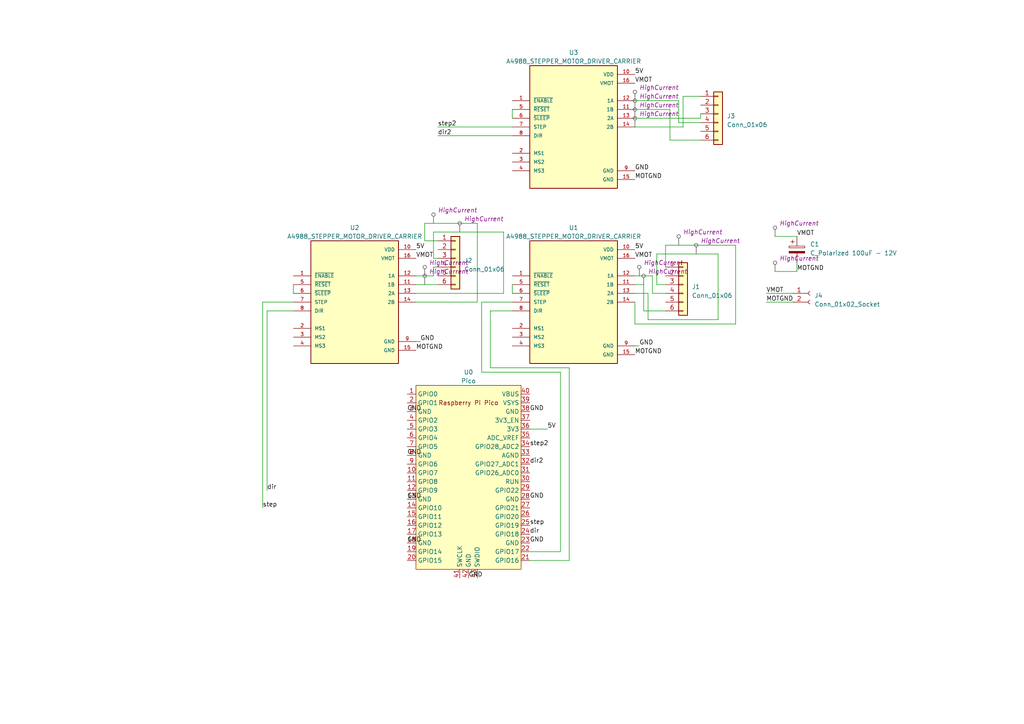
<source format=kicad_sch>
(kicad_sch (version 20230121) (generator eeschema)

  (uuid 45235e06-83e6-4738-b5d0-3460836a74ba)

  (paper "A4")

  (lib_symbols
    (symbol "A4988_STEPPER_MOTOR_DRIVER_CARRIER:A4988_STEPPER_MOTOR_DRIVER_CARRIER" (pin_names (offset 1.016)) (in_bom yes) (on_board yes)
      (property "Reference" "U2" (at 0 21.59 0)
        (effects (font (size 1.27 1.27)))
      )
      (property "Value" "A4988_STEPPER_MOTOR_DRIVER_CARRIER" (at 0 19.05 0)
        (effects (font (size 1.27 1.27)))
      )
      (property "Footprint" "MODULE_A4988_STEPPER_MOTOR_DRIVER_CARRIER" (at 0 0 0)
        (effects (font (size 1.27 1.27)) (justify bottom) hide)
      )
      (property "Datasheet" "" (at 0 0 0)
        (effects (font (size 1.27 1.27)) hide)
      )
      (property "MF" "Pololu" (at 0 0 0)
        (effects (font (size 1.27 1.27)) (justify bottom) hide)
      )
      (property "DESCRIPTION" "Stepper motor controler; IC: A4988; 1A; Uin mot: 8÷35V" (at 0 0 0)
        (effects (font (size 1.27 1.27)) (justify bottom) hide)
      )
      (property "PACKAGE" "None" (at 0 0 0)
        (effects (font (size 1.27 1.27)) (justify bottom) hide)
      )
      (property "PRICE" "None" (at 0 0 0)
        (effects (font (size 1.27 1.27)) (justify bottom) hide)
      )
      (property "MP" "A4988 STEPPER MOTOR DRIVER CARRIER" (at 0 0 0)
        (effects (font (size 1.27 1.27)) (justify bottom) hide)
      )
      (property "AVAILABILITY" "Unavailable" (at 0 0 0)
        (effects (font (size 1.27 1.27)) (justify bottom) hide)
      )
      (symbol "A4988_STEPPER_MOTOR_DRIVER_CARRIER_0_0"
        (rectangle (start -12.7 -17.78) (end 12.7 17.78)
          (stroke (width 0.254) (type default))
          (fill (type background))
        )
        (pin input line (at -17.78 7.62 0) (length 5.08)
          (name "~{ENABLE}" (effects (font (size 1.016 1.016))))
          (number "1" (effects (font (size 1.016 1.016))))
        )
        (pin power_in line (at 17.78 15.24 180) (length 5.08)
          (name "VDD" (effects (font (size 1.016 1.016))))
          (number "10" (effects (font (size 1.016 1.016))))
        )
        (pin output line (at 17.78 5.08 180) (length 5.08)
          (name "1B" (effects (font (size 1.016 1.016))))
          (number "11" (effects (font (size 1.016 1.016))))
        )
        (pin output line (at 17.78 7.62 180) (length 5.08)
          (name "1A" (effects (font (size 1.016 1.016))))
          (number "12" (effects (font (size 1.016 1.016))))
        )
        (pin output line (at 17.78 2.54 180) (length 5.08)
          (name "2A" (effects (font (size 1.016 1.016))))
          (number "13" (effects (font (size 1.016 1.016))))
        )
        (pin output line (at 17.78 0 180) (length 5.08)
          (name "2B" (effects (font (size 1.016 1.016))))
          (number "14" (effects (font (size 1.016 1.016))))
        )
        (pin power_in line (at 17.78 -15.24 180) (length 5.08)
          (name "GND" (effects (font (size 1.016 1.016))))
          (number "15" (effects (font (size 1.016 1.016))))
        )
        (pin power_in line (at 17.78 12.7 180) (length 5.08)
          (name "VMOT" (effects (font (size 1.016 1.016))))
          (number "16" (effects (font (size 1.016 1.016))))
        )
        (pin input line (at -17.78 -7.62 0) (length 5.08)
          (name "MS1" (effects (font (size 1.016 1.016))))
          (number "2" (effects (font (size 1.016 1.016))))
        )
        (pin input line (at -17.78 -10.16 0) (length 5.08)
          (name "MS2" (effects (font (size 1.016 1.016))))
          (number "3" (effects (font (size 1.016 1.016))))
        )
        (pin input line (at -17.78 -12.7 0) (length 5.08)
          (name "MS3" (effects (font (size 1.016 1.016))))
          (number "4" (effects (font (size 1.016 1.016))))
        )
        (pin input line (at -17.78 5.08 0) (length 5.08)
          (name "~{RESET}" (effects (font (size 1.016 1.016))))
          (number "5" (effects (font (size 1.016 1.016))))
        )
        (pin input line (at -17.78 2.54 0) (length 5.08)
          (name "~{SLEEP}" (effects (font (size 1.016 1.016))))
          (number "6" (effects (font (size 1.016 1.016))))
        )
        (pin input line (at -17.78 0 0) (length 5.08)
          (name "STEP" (effects (font (size 1.016 1.016))))
          (number "7" (effects (font (size 1.016 1.016))))
        )
        (pin input line (at -17.78 -2.54 0) (length 5.08)
          (name "DIR" (effects (font (size 1.016 1.016))))
          (number "8" (effects (font (size 1.016 1.016))))
        )
        (pin power_in line (at 17.78 -12.7 180) (length 5.08)
          (name "GND" (effects (font (size 1.016 1.016))))
          (number "9" (effects (font (size 1.016 1.016))))
        )
      )
    )
    (symbol "A4988_STEPPER_MOTOR_DRIVER_CARRIER_1" (pin_names (offset 1.016)) (in_bom yes) (on_board yes)
      (property "Reference" "U1" (at 0 21.59 0)
        (effects (font (size 1.27 1.27)))
      )
      (property "Value" "A4988_STEPPER_MOTOR_DRIVER_CARRIER" (at 0 19.05 0)
        (effects (font (size 1.27 1.27)))
      )
      (property "Footprint" "MODULE_A4988_STEPPER_MOTOR_DRIVER_CARRIER" (at 0 0 0)
        (effects (font (size 1.27 1.27)) (justify bottom) hide)
      )
      (property "Datasheet" "" (at 0 0 0)
        (effects (font (size 1.27 1.27)) hide)
      )
      (property "MF" "Pololu" (at 0 0 0)
        (effects (font (size 1.27 1.27)) (justify bottom) hide)
      )
      (property "DESCRIPTION" "Stepper motor controler; IC: A4988; 1A; Uin mot: 8÷35V" (at 0 0 0)
        (effects (font (size 1.27 1.27)) (justify bottom) hide)
      )
      (property "PACKAGE" "None" (at 0 0 0)
        (effects (font (size 1.27 1.27)) (justify bottom) hide)
      )
      (property "PRICE" "None" (at 0 0 0)
        (effects (font (size 1.27 1.27)) (justify bottom) hide)
      )
      (property "MP" "A4988 STEPPER MOTOR DRIVER CARRIER" (at 0 0 0)
        (effects (font (size 1.27 1.27)) (justify bottom) hide)
      )
      (property "AVAILABILITY" "Unavailable" (at 0 0 0)
        (effects (font (size 1.27 1.27)) (justify bottom) hide)
      )
      (symbol "A4988_STEPPER_MOTOR_DRIVER_CARRIER_1_0_0"
        (rectangle (start -12.7 -17.78) (end 12.7 17.78)
          (stroke (width 0.254) (type default))
          (fill (type background))
        )
        (pin input line (at -17.78 7.62 0) (length 5.08)
          (name "~{ENABLE}" (effects (font (size 1.016 1.016))))
          (number "1" (effects (font (size 1.016 1.016))))
        )
        (pin power_in line (at 17.78 15.24 180) (length 5.08)
          (name "VDD" (effects (font (size 1.016 1.016))))
          (number "10" (effects (font (size 1.016 1.016))))
        )
        (pin output line (at 17.78 5.08 180) (length 5.08)
          (name "1B" (effects (font (size 1.016 1.016))))
          (number "11" (effects (font (size 1.016 1.016))))
        )
        (pin output line (at 17.78 7.62 180) (length 5.08)
          (name "1A" (effects (font (size 1.016 1.016))))
          (number "12" (effects (font (size 1.016 1.016))))
        )
        (pin output line (at 17.78 2.54 180) (length 5.08)
          (name "2A" (effects (font (size 1.016 1.016))))
          (number "13" (effects (font (size 1.016 1.016))))
        )
        (pin output line (at 17.78 0 180) (length 5.08)
          (name "2B" (effects (font (size 1.016 1.016))))
          (number "14" (effects (font (size 1.016 1.016))))
        )
        (pin power_in line (at 17.78 -13.97 180) (length 5.08)
          (name "GND" (effects (font (size 1.016 1.016))))
          (number "15" (effects (font (size 1.016 1.016))))
        )
        (pin power_in line (at 17.78 12.7 180) (length 5.08)
          (name "VMOT" (effects (font (size 1.016 1.016))))
          (number "16" (effects (font (size 1.016 1.016))))
        )
        (pin input line (at -17.78 -7.62 0) (length 5.08)
          (name "MS1" (effects (font (size 1.016 1.016))))
          (number "2" (effects (font (size 1.016 1.016))))
        )
        (pin input line (at -17.78 -10.16 0) (length 5.08)
          (name "MS2" (effects (font (size 1.016 1.016))))
          (number "3" (effects (font (size 1.016 1.016))))
        )
        (pin input line (at -17.78 -12.7 0) (length 5.08)
          (name "MS3" (effects (font (size 1.016 1.016))))
          (number "4" (effects (font (size 1.016 1.016))))
        )
        (pin input line (at -17.78 5.08 0) (length 5.08)
          (name "~{RESET}" (effects (font (size 1.016 1.016))))
          (number "5" (effects (font (size 1.016 1.016))))
        )
        (pin input line (at -17.78 2.54 0) (length 5.08)
          (name "~{SLEEP}" (effects (font (size 1.016 1.016))))
          (number "6" (effects (font (size 1.016 1.016))))
        )
        (pin input line (at -17.78 0 0) (length 5.08)
          (name "STEP" (effects (font (size 1.016 1.016))))
          (number "7" (effects (font (size 1.016 1.016))))
        )
        (pin input line (at -17.78 -2.54 0) (length 5.08)
          (name "DIR" (effects (font (size 1.016 1.016))))
          (number "8" (effects (font (size 1.016 1.016))))
        )
        (pin power_in line (at 17.78 -11.43 180) (length 5.08)
          (name "GND" (effects (font (size 1.016 1.016))))
          (number "9" (effects (font (size 1.016 1.016))))
        )
      )
    )
    (symbol "Connector:Conn_01x02_Socket" (pin_names (offset 1.016) hide) (in_bom yes) (on_board yes)
      (property "Reference" "J" (at 0 2.54 0)
        (effects (font (size 1.27 1.27)))
      )
      (property "Value" "Conn_01x02_Socket" (at 0 -5.08 0)
        (effects (font (size 1.27 1.27)))
      )
      (property "Footprint" "" (at 0 0 0)
        (effects (font (size 1.27 1.27)) hide)
      )
      (property "Datasheet" "~" (at 0 0 0)
        (effects (font (size 1.27 1.27)) hide)
      )
      (property "ki_locked" "" (at 0 0 0)
        (effects (font (size 1.27 1.27)))
      )
      (property "ki_keywords" "connector" (at 0 0 0)
        (effects (font (size 1.27 1.27)) hide)
      )
      (property "ki_description" "Generic connector, single row, 01x02, script generated" (at 0 0 0)
        (effects (font (size 1.27 1.27)) hide)
      )
      (property "ki_fp_filters" "Connector*:*_1x??_*" (at 0 0 0)
        (effects (font (size 1.27 1.27)) hide)
      )
      (symbol "Conn_01x02_Socket_1_1"
        (arc (start 0 -2.032) (mid -0.5058 -2.54) (end 0 -3.048)
          (stroke (width 0.1524) (type default))
          (fill (type none))
        )
        (polyline
          (pts
            (xy -1.27 -2.54)
            (xy -0.508 -2.54)
          )
          (stroke (width 0.1524) (type default))
          (fill (type none))
        )
        (polyline
          (pts
            (xy -1.27 0)
            (xy -0.508 0)
          )
          (stroke (width 0.1524) (type default))
          (fill (type none))
        )
        (arc (start 0 0.508) (mid -0.5058 0) (end 0 -0.508)
          (stroke (width 0.1524) (type default))
          (fill (type none))
        )
        (pin passive line (at -5.08 0 0) (length 3.81)
          (name "Pin_1" (effects (font (size 1.27 1.27))))
          (number "1" (effects (font (size 1.27 1.27))))
        )
        (pin passive line (at -5.08 -2.54 0) (length 3.81)
          (name "Pin_2" (effects (font (size 1.27 1.27))))
          (number "2" (effects (font (size 1.27 1.27))))
        )
      )
    )
    (symbol "Connector_Generic:Conn_01x06" (pin_names (offset 1.016) hide) (in_bom yes) (on_board yes)
      (property "Reference" "J" (at 0 7.62 0)
        (effects (font (size 1.27 1.27)))
      )
      (property "Value" "Conn_01x06" (at 0 -10.16 0)
        (effects (font (size 1.27 1.27)))
      )
      (property "Footprint" "" (at 0 0 0)
        (effects (font (size 1.27 1.27)) hide)
      )
      (property "Datasheet" "~" (at 0 0 0)
        (effects (font (size 1.27 1.27)) hide)
      )
      (property "ki_keywords" "connector" (at 0 0 0)
        (effects (font (size 1.27 1.27)) hide)
      )
      (property "ki_description" "Generic connector, single row, 01x06, script generated (kicad-library-utils/schlib/autogen/connector/)" (at 0 0 0)
        (effects (font (size 1.27 1.27)) hide)
      )
      (property "ki_fp_filters" "Connector*:*_1x??_*" (at 0 0 0)
        (effects (font (size 1.27 1.27)) hide)
      )
      (symbol "Conn_01x06_1_1"
        (rectangle (start -1.27 -7.493) (end 0 -7.747)
          (stroke (width 0.1524) (type default))
          (fill (type none))
        )
        (rectangle (start -1.27 -4.953) (end 0 -5.207)
          (stroke (width 0.1524) (type default))
          (fill (type none))
        )
        (rectangle (start -1.27 -2.413) (end 0 -2.667)
          (stroke (width 0.1524) (type default))
          (fill (type none))
        )
        (rectangle (start -1.27 0.127) (end 0 -0.127)
          (stroke (width 0.1524) (type default))
          (fill (type none))
        )
        (rectangle (start -1.27 2.667) (end 0 2.413)
          (stroke (width 0.1524) (type default))
          (fill (type none))
        )
        (rectangle (start -1.27 5.207) (end 0 4.953)
          (stroke (width 0.1524) (type default))
          (fill (type none))
        )
        (rectangle (start -1.27 6.35) (end 1.27 -8.89)
          (stroke (width 0.254) (type default))
          (fill (type background))
        )
        (pin passive line (at -5.08 5.08 0) (length 3.81)
          (name "Pin_1" (effects (font (size 1.27 1.27))))
          (number "1" (effects (font (size 1.27 1.27))))
        )
        (pin passive line (at -5.08 2.54 0) (length 3.81)
          (name "Pin_2" (effects (font (size 1.27 1.27))))
          (number "2" (effects (font (size 1.27 1.27))))
        )
        (pin passive line (at -5.08 0 0) (length 3.81)
          (name "Pin_3" (effects (font (size 1.27 1.27))))
          (number "3" (effects (font (size 1.27 1.27))))
        )
        (pin passive line (at -5.08 -2.54 0) (length 3.81)
          (name "Pin_4" (effects (font (size 1.27 1.27))))
          (number "4" (effects (font (size 1.27 1.27))))
        )
        (pin passive line (at -5.08 -5.08 0) (length 3.81)
          (name "Pin_5" (effects (font (size 1.27 1.27))))
          (number "5" (effects (font (size 1.27 1.27))))
        )
        (pin passive line (at -5.08 -7.62 0) (length 3.81)
          (name "Pin_6" (effects (font (size 1.27 1.27))))
          (number "6" (effects (font (size 1.27 1.27))))
        )
      )
    )
    (symbol "Device:C_Polarized" (pin_numbers hide) (pin_names (offset 0.254)) (in_bom yes) (on_board yes)
      (property "Reference" "C" (at 0.635 2.54 0)
        (effects (font (size 1.27 1.27)) (justify left))
      )
      (property "Value" "C_Polarized" (at 0.635 -2.54 0)
        (effects (font (size 1.27 1.27)) (justify left))
      )
      (property "Footprint" "" (at 0.9652 -3.81 0)
        (effects (font (size 1.27 1.27)) hide)
      )
      (property "Datasheet" "~" (at 0 0 0)
        (effects (font (size 1.27 1.27)) hide)
      )
      (property "ki_keywords" "cap capacitor" (at 0 0 0)
        (effects (font (size 1.27 1.27)) hide)
      )
      (property "ki_description" "Polarized capacitor" (at 0 0 0)
        (effects (font (size 1.27 1.27)) hide)
      )
      (property "ki_fp_filters" "CP_*" (at 0 0 0)
        (effects (font (size 1.27 1.27)) hide)
      )
      (symbol "C_Polarized_0_1"
        (rectangle (start -2.286 0.508) (end 2.286 1.016)
          (stroke (width 0) (type default))
          (fill (type none))
        )
        (polyline
          (pts
            (xy -1.778 2.286)
            (xy -0.762 2.286)
          )
          (stroke (width 0) (type default))
          (fill (type none))
        )
        (polyline
          (pts
            (xy -1.27 2.794)
            (xy -1.27 1.778)
          )
          (stroke (width 0) (type default))
          (fill (type none))
        )
        (rectangle (start 2.286 -0.508) (end -2.286 -1.016)
          (stroke (width 0) (type default))
          (fill (type outline))
        )
      )
      (symbol "C_Polarized_1_1"
        (pin passive line (at 0 3.81 270) (length 2.794)
          (name "~" (effects (font (size 1.27 1.27))))
          (number "1" (effects (font (size 1.27 1.27))))
        )
        (pin passive line (at 0 -3.81 90) (length 2.794)
          (name "~" (effects (font (size 1.27 1.27))))
          (number "2" (effects (font (size 1.27 1.27))))
        )
      )
    )
    (symbol "MCU_RaspberryPi_and_Boards:Pico" (in_bom yes) (on_board yes)
      (property "Reference" "U" (at -13.97 27.94 0)
        (effects (font (size 1.27 1.27)))
      )
      (property "Value" "Pico" (at 0 19.05 0)
        (effects (font (size 1.27 1.27)))
      )
      (property "Footprint" "RPi_Pico:RPi_Pico_SMD_TH" (at 0 0 90)
        (effects (font (size 1.27 1.27)) hide)
      )
      (property "Datasheet" "" (at 0 0 0)
        (effects (font (size 1.27 1.27)) hide)
      )
      (symbol "Pico_0_0"
        (text "Raspberry Pi Pico" (at 0 21.59 0)
          (effects (font (size 1.27 1.27)))
        )
      )
      (symbol "Pico_0_1"
        (rectangle (start -15.24 26.67) (end 15.24 -26.67)
          (stroke (width 0) (type default))
          (fill (type background))
        )
      )
      (symbol "Pico_1_1"
        (pin bidirectional line (at -17.78 24.13 0) (length 2.54)
          (name "GPIO0" (effects (font (size 1.27 1.27))))
          (number "1" (effects (font (size 1.27 1.27))))
        )
        (pin bidirectional line (at -17.78 1.27 0) (length 2.54)
          (name "GPIO7" (effects (font (size 1.27 1.27))))
          (number "10" (effects (font (size 1.27 1.27))))
        )
        (pin bidirectional line (at -17.78 -1.27 0) (length 2.54)
          (name "GPIO8" (effects (font (size 1.27 1.27))))
          (number "11" (effects (font (size 1.27 1.27))))
        )
        (pin bidirectional line (at -17.78 -3.81 0) (length 2.54)
          (name "GPIO9" (effects (font (size 1.27 1.27))))
          (number "12" (effects (font (size 1.27 1.27))))
        )
        (pin power_in line (at -17.78 -6.35 0) (length 2.54)
          (name "GND" (effects (font (size 1.27 1.27))))
          (number "13" (effects (font (size 1.27 1.27))))
        )
        (pin bidirectional line (at -17.78 -8.89 0) (length 2.54)
          (name "GPIO10" (effects (font (size 1.27 1.27))))
          (number "14" (effects (font (size 1.27 1.27))))
        )
        (pin bidirectional line (at -17.78 -11.43 0) (length 2.54)
          (name "GPIO11" (effects (font (size 1.27 1.27))))
          (number "15" (effects (font (size 1.27 1.27))))
        )
        (pin bidirectional line (at -17.78 -13.97 0) (length 2.54)
          (name "GPIO12" (effects (font (size 1.27 1.27))))
          (number "16" (effects (font (size 1.27 1.27))))
        )
        (pin bidirectional line (at -17.78 -16.51 0) (length 2.54)
          (name "GPIO13" (effects (font (size 1.27 1.27))))
          (number "17" (effects (font (size 1.27 1.27))))
        )
        (pin power_in line (at -17.78 -19.05 0) (length 2.54)
          (name "GND" (effects (font (size 1.27 1.27))))
          (number "18" (effects (font (size 1.27 1.27))))
        )
        (pin bidirectional line (at -17.78 -21.59 0) (length 2.54)
          (name "GPIO14" (effects (font (size 1.27 1.27))))
          (number "19" (effects (font (size 1.27 1.27))))
        )
        (pin bidirectional line (at -17.78 21.59 0) (length 2.54)
          (name "GPIO1" (effects (font (size 1.27 1.27))))
          (number "2" (effects (font (size 1.27 1.27))))
        )
        (pin bidirectional line (at -17.78 -24.13 0) (length 2.54)
          (name "GPIO15" (effects (font (size 1.27 1.27))))
          (number "20" (effects (font (size 1.27 1.27))))
        )
        (pin bidirectional line (at 17.78 -24.13 180) (length 2.54)
          (name "GPIO16" (effects (font (size 1.27 1.27))))
          (number "21" (effects (font (size 1.27 1.27))))
        )
        (pin bidirectional line (at 17.78 -21.59 180) (length 2.54)
          (name "GPIO17" (effects (font (size 1.27 1.27))))
          (number "22" (effects (font (size 1.27 1.27))))
        )
        (pin power_in line (at 17.78 -19.05 180) (length 2.54)
          (name "GND" (effects (font (size 1.27 1.27))))
          (number "23" (effects (font (size 1.27 1.27))))
        )
        (pin bidirectional line (at 17.78 -16.51 180) (length 2.54)
          (name "GPIO18" (effects (font (size 1.27 1.27))))
          (number "24" (effects (font (size 1.27 1.27))))
        )
        (pin bidirectional line (at 17.78 -13.97 180) (length 2.54)
          (name "GPIO19" (effects (font (size 1.27 1.27))))
          (number "25" (effects (font (size 1.27 1.27))))
        )
        (pin bidirectional line (at 17.78 -11.43 180) (length 2.54)
          (name "GPIO20" (effects (font (size 1.27 1.27))))
          (number "26" (effects (font (size 1.27 1.27))))
        )
        (pin bidirectional line (at 17.78 -8.89 180) (length 2.54)
          (name "GPIO21" (effects (font (size 1.27 1.27))))
          (number "27" (effects (font (size 1.27 1.27))))
        )
        (pin power_in line (at 17.78 -6.35 180) (length 2.54)
          (name "GND" (effects (font (size 1.27 1.27))))
          (number "28" (effects (font (size 1.27 1.27))))
        )
        (pin bidirectional line (at 17.78 -3.81 180) (length 2.54)
          (name "GPIO22" (effects (font (size 1.27 1.27))))
          (number "29" (effects (font (size 1.27 1.27))))
        )
        (pin power_in line (at -17.78 19.05 0) (length 2.54)
          (name "GND" (effects (font (size 1.27 1.27))))
          (number "3" (effects (font (size 1.27 1.27))))
        )
        (pin input line (at 17.78 -1.27 180) (length 2.54)
          (name "RUN" (effects (font (size 1.27 1.27))))
          (number "30" (effects (font (size 1.27 1.27))))
        )
        (pin bidirectional line (at 17.78 1.27 180) (length 2.54)
          (name "GPIO26_ADC0" (effects (font (size 1.27 1.27))))
          (number "31" (effects (font (size 1.27 1.27))))
        )
        (pin bidirectional line (at 17.78 3.81 180) (length 2.54)
          (name "GPIO27_ADC1" (effects (font (size 1.27 1.27))))
          (number "32" (effects (font (size 1.27 1.27))))
        )
        (pin power_in line (at 17.78 6.35 180) (length 2.54)
          (name "AGND" (effects (font (size 1.27 1.27))))
          (number "33" (effects (font (size 1.27 1.27))))
        )
        (pin bidirectional line (at 17.78 8.89 180) (length 2.54)
          (name "GPIO28_ADC2" (effects (font (size 1.27 1.27))))
          (number "34" (effects (font (size 1.27 1.27))))
        )
        (pin power_in line (at 17.78 11.43 180) (length 2.54)
          (name "ADC_VREF" (effects (font (size 1.27 1.27))))
          (number "35" (effects (font (size 1.27 1.27))))
        )
        (pin power_in line (at 17.78 13.97 180) (length 2.54)
          (name "3V3" (effects (font (size 1.27 1.27))))
          (number "36" (effects (font (size 1.27 1.27))))
        )
        (pin input line (at 17.78 16.51 180) (length 2.54)
          (name "3V3_EN" (effects (font (size 1.27 1.27))))
          (number "37" (effects (font (size 1.27 1.27))))
        )
        (pin bidirectional line (at 17.78 19.05 180) (length 2.54)
          (name "GND" (effects (font (size 1.27 1.27))))
          (number "38" (effects (font (size 1.27 1.27))))
        )
        (pin power_in line (at 17.78 21.59 180) (length 2.54)
          (name "VSYS" (effects (font (size 1.27 1.27))))
          (number "39" (effects (font (size 1.27 1.27))))
        )
        (pin bidirectional line (at -17.78 16.51 0) (length 2.54)
          (name "GPIO2" (effects (font (size 1.27 1.27))))
          (number "4" (effects (font (size 1.27 1.27))))
        )
        (pin power_in line (at 17.78 24.13 180) (length 2.54)
          (name "VBUS" (effects (font (size 1.27 1.27))))
          (number "40" (effects (font (size 1.27 1.27))))
        )
        (pin input line (at -2.54 -29.21 90) (length 2.54)
          (name "SWCLK" (effects (font (size 1.27 1.27))))
          (number "41" (effects (font (size 1.27 1.27))))
        )
        (pin power_in line (at 0 -29.21 90) (length 2.54)
          (name "GND" (effects (font (size 1.27 1.27))))
          (number "42" (effects (font (size 1.27 1.27))))
        )
        (pin bidirectional line (at 2.54 -29.21 90) (length 2.54)
          (name "SWDIO" (effects (font (size 1.27 1.27))))
          (number "43" (effects (font (size 1.27 1.27))))
        )
        (pin bidirectional line (at -17.78 13.97 0) (length 2.54)
          (name "GPIO3" (effects (font (size 1.27 1.27))))
          (number "5" (effects (font (size 1.27 1.27))))
        )
        (pin bidirectional line (at -17.78 11.43 0) (length 2.54)
          (name "GPIO4" (effects (font (size 1.27 1.27))))
          (number "6" (effects (font (size 1.27 1.27))))
        )
        (pin bidirectional line (at -17.78 8.89 0) (length 2.54)
          (name "GPIO5" (effects (font (size 1.27 1.27))))
          (number "7" (effects (font (size 1.27 1.27))))
        )
        (pin power_in line (at -17.78 6.35 0) (length 2.54)
          (name "GND" (effects (font (size 1.27 1.27))))
          (number "8" (effects (font (size 1.27 1.27))))
        )
        (pin bidirectional line (at -17.78 3.81 0) (length 2.54)
          (name "GPIO6" (effects (font (size 1.27 1.27))))
          (number "9" (effects (font (size 1.27 1.27))))
        )
      )
    )
  )


  (wire (pts (xy 184.15 31.75) (xy 194.31 31.75))
    (stroke (width 0) (type default))
    (uuid 07614577-632d-4bdd-b62b-4277e694e4b9)
  )
  (wire (pts (xy 186.69 90.17) (xy 193.04 90.17))
    (stroke (width 0) (type default))
    (uuid 09fa6c67-ac01-4084-a14d-8a04e4f18343)
  )
  (wire (pts (xy 162.56 160.02) (xy 153.67 160.02))
    (stroke (width 0) (type default))
    (uuid 0f3a7360-2df0-4485-8aae-7994cb05ea7d)
  )
  (wire (pts (xy 189.23 80.01) (xy 189.23 85.09))
    (stroke (width 0) (type default))
    (uuid 0f8e39fe-a937-4e04-a9bc-d0b7c01d5caf)
  )
  (wire (pts (xy 125.73 77.47) (xy 125.73 80.01))
    (stroke (width 0) (type default))
    (uuid 127b1ba5-25b0-482d-8ff3-fec4cb60b67e)
  )
  (wire (pts (xy 184.15 80.01) (xy 189.23 80.01))
    (stroke (width 0) (type default))
    (uuid 1384329d-e1bd-48d4-903b-33be301328e3)
  )
  (wire (pts (xy 85.09 82.55) (xy 85.09 85.09))
    (stroke (width 0) (type default))
    (uuid 1609519d-4603-40f4-a8f5-aa84d69e10a0)
  )
  (wire (pts (xy 198.12 27.94) (xy 203.2 27.94))
    (stroke (width 0) (type default))
    (uuid 1b3ba9d3-dd63-407f-a995-19bf2a17f959)
  )
  (wire (pts (xy 184.15 34.29) (xy 203.2 34.29))
    (stroke (width 0) (type default))
    (uuid 1bf0c635-ebe9-4b0e-9a34-c2f6f9518b2c)
  )
  (wire (pts (xy 146.05 85.09) (xy 146.05 67.31))
    (stroke (width 0) (type default))
    (uuid 26603138-a1db-4af5-a5d4-64a33d39b989)
  )
  (wire (pts (xy 125.73 74.93) (xy 127 74.93))
    (stroke (width 0) (type default))
    (uuid 26cd3696-fc87-42cd-a34d-97e00df36362)
  )
  (wire (pts (xy 120.65 87.63) (xy 138.43 87.63))
    (stroke (width 0) (type default))
    (uuid 285b2e4b-420f-42c4-9694-fab84b13f282)
  )
  (wire (pts (xy 224.79 78.74) (xy 231.14 78.74))
    (stroke (width 0) (type default))
    (uuid 2951af22-8bd6-42d5-abae-e39570e13aa5)
  )
  (wire (pts (xy 203.2 34.29) (xy 203.2 33.02))
    (stroke (width 0) (type default))
    (uuid 2c6da295-7cbc-4f20-9755-4b131b7edbf5)
  )
  (wire (pts (xy 186.69 82.55) (xy 186.69 90.17))
    (stroke (width 0) (type default))
    (uuid 2c9c7324-a0f2-41bc-89bf-a7dd9b44a148)
  )
  (wire (pts (xy 76.2 87.63) (xy 85.09 87.63))
    (stroke (width 0) (type default))
    (uuid 2d4ff452-ccd0-42a4-8edd-32834157d9c9)
  )
  (wire (pts (xy 213.36 71.12) (xy 213.36 93.98))
    (stroke (width 0) (type default))
    (uuid 2de93d56-6c11-420b-870a-a432c456ff76)
  )
  (wire (pts (xy 123.19 69.85) (xy 127 69.85))
    (stroke (width 0) (type default))
    (uuid 3370c5d3-bee3-4f7b-beb7-cb485c43a61d)
  )
  (wire (pts (xy 138.43 64.77) (xy 123.19 64.77))
    (stroke (width 0) (type default))
    (uuid 3594347e-50b6-4c0d-8e7d-883c9bb5cfdf)
  )
  (wire (pts (xy 184.15 85.09) (xy 187.96 85.09))
    (stroke (width 0) (type default))
    (uuid 3b0923ec-5c4c-48b5-8c12-2f67a4975763)
  )
  (wire (pts (xy 222.25 85.09) (xy 229.87 85.09))
    (stroke (width 0) (type default))
    (uuid 3ccf0e47-3eb9-4840-9b41-4580420b59e1)
  )
  (wire (pts (xy 162.56 107.95) (xy 162.56 160.02))
    (stroke (width 0) (type default))
    (uuid 3ff1c0c2-596c-456f-94b2-05c47147650c)
  )
  (wire (pts (xy 187.96 92.71) (xy 208.28 92.71))
    (stroke (width 0) (type default))
    (uuid 4017d5df-dc0f-4dab-9b5e-fef93ccf9a3e)
  )
  (wire (pts (xy 222.25 87.63) (xy 229.87 87.63))
    (stroke (width 0) (type default))
    (uuid 4078550f-891f-48e3-a0c8-e0ea72738f35)
  )
  (wire (pts (xy 213.36 93.98) (xy 184.15 93.98))
    (stroke (width 0) (type default))
    (uuid 42345fe9-872f-4746-9664-2a1e5f3238de)
  )
  (wire (pts (xy 165.1 106.68) (xy 165.1 162.56))
    (stroke (width 0) (type default))
    (uuid 42420a9d-2cb2-4f33-8829-61a53628f84e)
  )
  (wire (pts (xy 193.04 77.47) (xy 193.04 71.12))
    (stroke (width 0) (type default))
    (uuid 43cd7647-28a6-48c2-b071-1ec1809593c2)
  )
  (wire (pts (xy 120.65 82.55) (xy 127 82.55))
    (stroke (width 0) (type default))
    (uuid 46dafc72-1db0-4a60-9e1c-158d6d7525c0)
  )
  (wire (pts (xy 193.04 71.12) (xy 213.36 71.12))
    (stroke (width 0) (type default))
    (uuid 492bbb0f-df4a-4a48-b76b-815192a33619)
  )
  (wire (pts (xy 184.15 36.83) (xy 198.12 36.83))
    (stroke (width 0) (type default))
    (uuid 54d606de-6b22-4ce0-a303-da3adf0a0a6f)
  )
  (wire (pts (xy 142.24 90.17) (xy 148.59 90.17))
    (stroke (width 0) (type default))
    (uuid 56de686c-930d-40bd-9152-f70d5318b0de)
  )
  (wire (pts (xy 77.47 90.17) (xy 85.09 90.17))
    (stroke (width 0) (type default))
    (uuid 570cd1a0-f378-4a3c-89f2-d39f26213137)
  )
  (wire (pts (xy 125.73 77.47) (xy 127 77.47))
    (stroke (width 0) (type default))
    (uuid 58026242-5298-4593-9d6a-67e990fef37d)
  )
  (wire (pts (xy 162.56 107.95) (xy 139.7 107.95))
    (stroke (width 0) (type default))
    (uuid 630370a3-0122-4acd-a622-81373297f200)
  )
  (wire (pts (xy 208.28 92.71) (xy 208.28 73.66))
    (stroke (width 0) (type default))
    (uuid 664ff896-28c0-43c5-8648-c3de31b54d38)
  )
  (wire (pts (xy 185.42 100.33) (xy 184.15 100.33))
    (stroke (width 0) (type default))
    (uuid 68082a35-12df-4dd7-b3e0-ee51e5a7a7a9)
  )
  (wire (pts (xy 153.67 124.46) (xy 158.75 124.46))
    (stroke (width 0) (type default))
    (uuid 68cd4603-08f1-49fd-8378-0bd5a6796d09)
  )
  (wire (pts (xy 231.14 78.74) (xy 231.14 76.2))
    (stroke (width 0) (type default))
    (uuid 6b378456-cb44-4604-af19-c43b8de503a6)
  )
  (wire (pts (xy 196.85 35.56) (xy 203.2 35.56))
    (stroke (width 0) (type default))
    (uuid 6df06dc4-85e6-4e1a-8dff-2f27b1629946)
  )
  (wire (pts (xy 184.15 82.55) (xy 186.69 82.55))
    (stroke (width 0) (type default))
    (uuid 6eb4e9ba-721b-4d15-ad7a-8c8587b145b6)
  )
  (wire (pts (xy 146.05 67.31) (xy 125.73 67.31))
    (stroke (width 0) (type default))
    (uuid 706271f2-d135-4a6d-a862-6e4d987c5e0c)
  )
  (wire (pts (xy 194.31 40.64) (xy 203.2 40.64))
    (stroke (width 0) (type default))
    (uuid 7178c260-2d06-4cd1-aca1-5aa153de195a)
  )
  (wire (pts (xy 127 36.83) (xy 148.59 36.83))
    (stroke (width 0) (type default))
    (uuid 7356ef5e-c797-4936-aff4-b17904489750)
  )
  (wire (pts (xy 138.43 87.63) (xy 138.43 64.77))
    (stroke (width 0) (type default))
    (uuid 78c51321-2759-4f49-866a-60ed33e5e3d2)
  )
  (wire (pts (xy 76.2 147.32) (xy 76.2 87.63))
    (stroke (width 0) (type default))
    (uuid 79b47f5d-86af-4723-9400-affc74100b55)
  )
  (wire (pts (xy 148.59 82.55) (xy 148.59 85.09))
    (stroke (width 0) (type default))
    (uuid 7a6d9506-1a00-49ed-ac72-cc6ab8948210)
  )
  (wire (pts (xy 187.96 85.09) (xy 187.96 92.71))
    (stroke (width 0) (type default))
    (uuid 7db71d9b-1486-4500-93e5-b897813dd97c)
  )
  (wire (pts (xy 184.15 93.98) (xy 184.15 87.63))
    (stroke (width 0) (type default))
    (uuid 7ead9a55-574e-4b08-a431-f0587f834c8c)
  )
  (wire (pts (xy 189.23 85.09) (xy 193.04 85.09))
    (stroke (width 0) (type default))
    (uuid 81d14f84-b280-44a9-a956-a6e8976cd80a)
  )
  (wire (pts (xy 148.59 31.75) (xy 148.59 34.29))
    (stroke (width 0) (type default))
    (uuid 820fce57-c258-44ba-be64-7541f26f4b50)
  )
  (wire (pts (xy 120.65 80.01) (xy 125.73 80.01))
    (stroke (width 0) (type default))
    (uuid 82da7b88-7683-4757-89b1-35399add1fd1)
  )
  (wire (pts (xy 142.24 106.68) (xy 142.24 90.17))
    (stroke (width 0) (type default))
    (uuid 88c3e117-94dd-4363-af79-de9bf1a3e8f5)
  )
  (wire (pts (xy 224.79 68.58) (xy 231.14 68.58))
    (stroke (width 0) (type default))
    (uuid 8fc788f8-6459-4c36-987b-d14e3c863e2f)
  )
  (wire (pts (xy 139.7 107.95) (xy 139.7 87.63))
    (stroke (width 0) (type default))
    (uuid 92b41db6-89d7-473b-95ee-d07f409bead9)
  )
  (wire (pts (xy 194.31 31.75) (xy 194.31 40.64))
    (stroke (width 0) (type default))
    (uuid 933b1c77-b6a0-4248-8758-7d01c108094f)
  )
  (wire (pts (xy 198.12 36.83) (xy 198.12 27.94))
    (stroke (width 0) (type default))
    (uuid 9a846942-d02e-4802-b115-4d95cd3dbce2)
  )
  (wire (pts (xy 165.1 106.68) (xy 142.24 106.68))
    (stroke (width 0) (type default))
    (uuid 9c7217ce-fb91-4af5-a5f5-7918b4b395f6)
  )
  (wire (pts (xy 127 39.37) (xy 148.59 39.37))
    (stroke (width 0) (type default))
    (uuid a278a490-46f6-4274-a290-459109a84581)
  )
  (wire (pts (xy 120.65 99.06) (xy 121.92 99.06))
    (stroke (width 0) (type default))
    (uuid a6417452-c0fb-42a2-81e6-c1229d91c056)
  )
  (wire (pts (xy 190.5 82.55) (xy 193.04 82.55))
    (stroke (width 0) (type default))
    (uuid aa707a56-65f0-4a65-9846-231caca243c0)
  )
  (wire (pts (xy 125.73 67.31) (xy 125.73 74.93))
    (stroke (width 0) (type default))
    (uuid afd265c2-ed2b-4963-a155-27858f5e3cd6)
  )
  (wire (pts (xy 120.65 85.09) (xy 146.05 85.09))
    (stroke (width 0) (type default))
    (uuid c14ae15f-bf9a-4b94-9036-a9ecf73235a9)
  )
  (wire (pts (xy 139.7 87.63) (xy 148.59 87.63))
    (stroke (width 0) (type default))
    (uuid c9ade586-b99d-4b3b-a4e5-ab1f7744a4d8)
  )
  (wire (pts (xy 196.85 29.21) (xy 196.85 35.56))
    (stroke (width 0) (type default))
    (uuid cc34dc9c-d900-48a7-a37f-d9eb73697aa8)
  )
  (wire (pts (xy 77.47 142.24) (xy 77.47 90.17))
    (stroke (width 0) (type default))
    (uuid df264168-8800-4ecf-a4fb-b1ac5bc23fd3)
  )
  (wire (pts (xy 123.19 64.77) (xy 123.19 69.85))
    (stroke (width 0) (type default))
    (uuid e1d72a2a-15ad-4c55-be87-43009c258971)
  )
  (wire (pts (xy 184.15 29.21) (xy 196.85 29.21))
    (stroke (width 0) (type default))
    (uuid e6cdba55-dfbb-4698-9e6e-6bec79553b1a)
  )
  (wire (pts (xy 165.1 162.56) (xy 153.67 162.56))
    (stroke (width 0) (type default))
    (uuid f806ec04-b5e9-436a-b049-2af0830acfa6)
  )
  (wire (pts (xy 190.5 73.66) (xy 190.5 82.55))
    (stroke (width 0) (type default))
    (uuid f96fe4ac-5ca6-4d8d-b702-b18916408f32)
  )
  (wire (pts (xy 208.28 73.66) (xy 190.5 73.66))
    (stroke (width 0) (type default))
    (uuid fe37be91-905a-493e-936c-2d41a1e01c70)
  )

  (label "GND" (at 185.42 100.33 0) (fields_autoplaced)
    (effects (font (size 1.27 1.27)) (justify left bottom))
    (uuid 0878e060-d45c-4311-b0ec-0bb1f81b1c73)
  )
  (label "VMOT" (at 184.15 24.13 0) (fields_autoplaced)
    (effects (font (size 1.27 1.27)) (justify left bottom))
    (uuid 183585d9-7f9d-4cee-8c62-793752595865)
  )
  (label "5V" (at 120.65 72.39 0) (fields_autoplaced)
    (effects (font (size 1.27 1.27)) (justify left bottom))
    (uuid 1b37caed-bf87-4e19-a293-47c287597a26)
  )
  (label "5V" (at 184.15 72.39 0) (fields_autoplaced)
    (effects (font (size 1.27 1.27)) (justify left bottom))
    (uuid 25dedcfe-a44e-44f8-b63c-9aea7b0d3f44)
  )
  (label "GND" (at 153.67 157.48 0) (fields_autoplaced)
    (effects (font (size 1.27 1.27)) (justify left bottom))
    (uuid 2a158344-4695-4435-bf58-de6376d443f4)
  )
  (label "dir2" (at 127 39.37 0) (fields_autoplaced)
    (effects (font (size 1.27 1.27)) (justify left bottom))
    (uuid 2c9ce4dc-29dd-4fa0-aed1-68b49bf6ab26)
  )
  (label "MOTGND" (at 184.15 52.07 0) (fields_autoplaced)
    (effects (font (size 1.27 1.27)) (justify left bottom))
    (uuid 4089b601-ba19-42c5-8ecf-23823b169432)
  )
  (label "GND" (at 135.89 167.64 0) (fields_autoplaced)
    (effects (font (size 1.27 1.27)) (justify left bottom))
    (uuid 468829bc-9d12-495e-a053-05104e3a6a88)
  )
  (label "dir" (at 77.47 142.24 0) (fields_autoplaced)
    (effects (font (size 1.27 1.27)) (justify left bottom))
    (uuid 4801a06f-2158-4b81-8cd1-8e570b8289ce)
  )
  (label "dir" (at 153.67 154.94 0) (fields_autoplaced)
    (effects (font (size 1.27 1.27)) (justify left bottom))
    (uuid 492388b9-4eaf-450b-a8ad-86fd6b014cc0)
  )
  (label "VMOT" (at 222.25 85.09 0) (fields_autoplaced)
    (effects (font (size 1.27 1.27)) (justify left bottom))
    (uuid 49f54da3-fb56-48ef-90ed-00b1c7e10478)
  )
  (label "MOTGND" (at 231.14 78.74 0) (fields_autoplaced)
    (effects (font (size 1.27 1.27)) (justify left bottom))
    (uuid 57a8217f-2e0a-4e26-befe-6b08ba5d90ad)
  )
  (label "VMOT" (at 120.65 74.93 0) (fields_autoplaced)
    (effects (font (size 1.27 1.27)) (justify left bottom))
    (uuid 5932b760-a5f1-4444-b158-5963e24de164)
  )
  (label "5V" (at 158.75 124.46 0) (fields_autoplaced)
    (effects (font (size 1.27 1.27)) (justify left bottom))
    (uuid 5a5e2bda-deae-4d02-91e9-47f92916c121)
  )
  (label "VMOT" (at 231.14 68.58 0) (fields_autoplaced)
    (effects (font (size 1.27 1.27)) (justify left bottom))
    (uuid 5b02febc-a8ee-48f2-97db-7a88110dc8c6)
  )
  (label "GND" (at 184.15 49.53 0) (fields_autoplaced)
    (effects (font (size 1.27 1.27)) (justify left bottom))
    (uuid 5d8bdf2e-2949-4cfa-aac8-28ee6a05bb37)
  )
  (label "step" (at 76.2 147.32 0) (fields_autoplaced)
    (effects (font (size 1.27 1.27)) (justify left bottom))
    (uuid 60ba7803-80f2-480b-9eb0-bf0f4dcd276c)
  )
  (label "GND" (at 118.11 119.38 0) (fields_autoplaced)
    (effects (font (size 1.27 1.27)) (justify left bottom))
    (uuid 66efe564-24d9-4d57-b99f-8b684d9f6e2a)
  )
  (label "step" (at 153.67 152.4 0) (fields_autoplaced)
    (effects (font (size 1.27 1.27)) (justify left bottom))
    (uuid 74710702-0d2e-410a-8193-ab39e1720b24)
  )
  (label "GND" (at 153.67 119.38 0) (fields_autoplaced)
    (effects (font (size 1.27 1.27)) (justify left bottom))
    (uuid 7b53bb16-857b-474c-9605-4942f4787c40)
  )
  (label "MOTGND" (at 222.25 87.63 0) (fields_autoplaced)
    (effects (font (size 1.27 1.27)) (justify left bottom))
    (uuid 85159937-9664-4dc4-8dea-b6b1bceefc88)
  )
  (label "VMOT" (at 184.15 74.93 0) (fields_autoplaced)
    (effects (font (size 1.27 1.27)) (justify left bottom))
    (uuid 85d7b7bb-549e-417d-83d1-2a15d92e4925)
  )
  (label "GND" (at 118.11 132.08 0) (fields_autoplaced)
    (effects (font (size 1.27 1.27)) (justify left bottom))
    (uuid 86cba40a-e664-4e35-8bc8-9c9595a6c594)
  )
  (label "GND" (at 118.11 144.78 0) (fields_autoplaced)
    (effects (font (size 1.27 1.27)) (justify left bottom))
    (uuid a20e1283-d72d-43a0-975e-8371e560f09c)
  )
  (label "step2" (at 153.67 129.54 0) (fields_autoplaced)
    (effects (font (size 1.27 1.27)) (justify left bottom))
    (uuid a501db76-dc67-4707-a127-64f83cb559de)
  )
  (label "5V" (at 184.15 21.59 0) (fields_autoplaced)
    (effects (font (size 1.27 1.27)) (justify left bottom))
    (uuid a9bd4b66-58d7-4086-8c51-c57f63e9ec66)
  )
  (label "GND" (at 121.92 99.06 0) (fields_autoplaced)
    (effects (font (size 1.27 1.27)) (justify left bottom))
    (uuid b26f871b-fd2d-4207-ae31-8705f8838873)
  )
  (label "GND" (at 153.67 144.78 0) (fields_autoplaced)
    (effects (font (size 1.27 1.27)) (justify left bottom))
    (uuid b2b00b5c-d824-494b-a040-c5aee76b9a8e)
  )
  (label "MOTGND" (at 120.65 101.6 0) (fields_autoplaced)
    (effects (font (size 1.27 1.27)) (justify left bottom))
    (uuid b7c37f14-67c2-49a5-93cb-a6e8d79672ea)
  )
  (label "GND" (at 118.11 157.48 0) (fields_autoplaced)
    (effects (font (size 1.27 1.27)) (justify left bottom))
    (uuid c7cd94a4-c755-474b-970a-1c85c79bb414)
  )
  (label "dir2" (at 153.67 134.62 0) (fields_autoplaced)
    (effects (font (size 1.27 1.27)) (justify left bottom))
    (uuid c8aed7bb-c65e-47f8-8ad9-b0d80aa6f5f2)
  )
  (label "MOTGND" (at 184.15 102.87 0) (fields_autoplaced)
    (effects (font (size 1.27 1.27)) (justify left bottom))
    (uuid ce088f4e-048d-45c7-ab5d-d7e9d263fb39)
  )
  (label "step2" (at 127 36.83 0) (fields_autoplaced)
    (effects (font (size 1.27 1.27)) (justify left bottom))
    (uuid ddab2ac7-a2bd-4c95-a3ad-7ec6a779d36b)
  )

  (netclass_flag "" (length 2.54) (shape round) (at 123.19 82.55 0)
    (effects (font (size 1.27 1.27)) (justify left bottom))
    (uuid 0667d686-29e3-4fca-9fc2-af3769e1933c)
    (property "Netclass" "HighCurrent" (at 124.46 78.74 0)
      (effects (font (size 1.27 1.27) italic) (justify left))
    )
  )
  (netclass_flag "" (length 2.54) (shape round) (at 184.15 36.83 0)
    (effects (font (size 1.27 1.27)) (justify left bottom))
    (uuid 0c4ceb56-255f-43bb-864d-a0f18dd3328f)
    (property "Netclass" "HighCurrent" (at 185.42 33.02 0)
      (effects (font (size 1.27 1.27) italic) (justify left))
    )
  )
  (netclass_flag "" (length 2.54) (shape round) (at 125.73 64.77 0)
    (effects (font (size 1.27 1.27)) (justify left bottom))
    (uuid 0d7ff5a6-6a49-4e46-b16c-8b4701a11360)
    (property "Netclass" "HighCurrent" (at 127 60.96 0)
      (effects (font (size 1.27 1.27) italic) (justify left))
    )
  )
  (netclass_flag "" (length 2.54) (shape round) (at 201.93 73.66 0)
    (effects (font (size 1.27 1.27)) (justify left bottom))
    (uuid 121d4c89-2b61-4df8-8207-44766c66e9c6)
    (property "Netclass" "HighCurrent" (at 203.2 69.85 0)
      (effects (font (size 1.27 1.27) italic) (justify left))
    )
  )
  (netclass_flag "" (length 2.54) (shape round) (at 196.85 71.12 0)
    (effects (font (size 1.27 1.27)) (justify left bottom))
    (uuid 5a32e0fd-6282-4d10-842d-18a345a193d5)
    (property "Netclass" "HighCurrent" (at 198.12 67.31 0)
      (effects (font (size 1.27 1.27) italic) (justify left))
    )
  )
  (netclass_flag "" (length 2.54) (shape round) (at 123.19 80.01 0)
    (effects (font (size 1.27 1.27)) (justify left bottom))
    (uuid 9ae2868d-d803-410f-a316-e5bc8130e9f1)
    (property "Netclass" "HighCurrent" (at 124.46 76.2 0)
      (effects (font (size 1.27 1.27) italic) (justify left))
    )
  )
  (netclass_flag "" (length 2.54) (shape round) (at 186.69 82.55 0)
    (effects (font (size 1.27 1.27)) (justify left bottom))
    (uuid a6efc196-ab5b-4397-9728-98fcc657b495)
    (property "Netclass" "HighCurrent" (at 187.96 78.74 0)
      (effects (font (size 1.27 1.27) italic) (justify left))
    )
  )
  (netclass_flag "" (length 2.54) (shape round) (at 184.15 29.21 0)
    (effects (font (size 1.27 1.27)) (justify left bottom))
    (uuid a7462f91-096c-4b8c-974c-f22d5b041380)
    (property "Netclass" "HighCurrent" (at 185.42 25.4 0)
      (effects (font (size 1.27 1.27) italic) (justify left))
    )
  )
  (netclass_flag "" (length 2.54) (shape round) (at 184.15 34.29 0)
    (effects (font (size 1.27 1.27)) (justify left bottom))
    (uuid c2804080-2c44-411a-8dce-392d5f99e471)
    (property "Netclass" "HighCurrent" (at 185.42 30.48 0)
      (effects (font (size 1.27 1.27) italic) (justify left))
    )
  )
  (netclass_flag "" (length 2.54) (shape round) (at 184.15 31.75 0)
    (effects (font (size 1.27 1.27)) (justify left bottom))
    (uuid e958e73c-f158-4e9b-9ca1-c4087fa9a643)
    (property "Netclass" "HighCurrent" (at 185.42 27.94 0)
      (effects (font (size 1.27 1.27) italic) (justify left))
    )
  )
  (netclass_flag "" (length 2.54) (shape round) (at 224.79 68.58 0)
    (effects (font (size 1.27 1.27)) (justify left bottom))
    (uuid edea52f9-5967-4dcc-9166-fef01b07be82)
    (property "Netclass" "HighCurrent" (at 226.06 64.77 0)
      (effects (font (size 1.27 1.27) italic) (justify left))
    )
  )
  (netclass_flag "" (length 2.54) (shape round) (at 224.79 78.74 0)
    (effects (font (size 1.27 1.27)) (justify left bottom))
    (uuid f3efe56d-9cb4-4890-b21c-0038d6639734)
    (property "Netclass" "HighCurrent" (at 226.06 74.93 0)
      (effects (font (size 1.27 1.27) italic) (justify left))
    )
  )
  (netclass_flag "" (length 2.54) (shape round) (at 133.35 67.31 0)
    (effects (font (size 1.27 1.27)) (justify left bottom))
    (uuid fc3caf00-7e4e-4933-b9aa-b050510ddc70)
    (property "Netclass" "HighCurrent" (at 134.62 63.5 0)
      (effects (font (size 1.27 1.27) italic) (justify left))
    )
  )
  (netclass_flag "" (length 2.54) (shape round) (at 185.42 80.01 0)
    (effects (font (size 1.27 1.27)) (justify left bottom))
    (uuid ff26f6a2-9cf1-42be-b6a0-5e3f42b9ee6e)
    (property "Netclass" "HighCurrent" (at 186.69 76.2 0)
      (effects (font (size 1.27 1.27) italic) (justify left))
    )
  )

  (symbol (lib_id "Connector_Generic:Conn_01x06") (at 198.12 82.55 0) (unit 1)
    (in_bom yes) (on_board yes) (dnp no) (fields_autoplaced)
    (uuid 346f4dd8-52a8-48a1-9ffa-7d4bcb8f9d34)
    (property "Reference" "J1" (at 200.66 83.185 0)
      (effects (font (size 1.27 1.27)) (justify left))
    )
    (property "Value" "Conn_01x06" (at 200.66 85.725 0)
      (effects (font (size 1.27 1.27)) (justify left))
    )
    (property "Footprint" "Connector_JST:JST_XH_B6B-XH-A_1x06_P2.50mm_Vertical" (at 198.12 82.55 0)
      (effects (font (size 1.27 1.27)) hide)
    )
    (property "Datasheet" "~" (at 198.12 82.55 0)
      (effects (font (size 1.27 1.27)) hide)
    )
    (pin "1" (uuid b5d17cce-b283-4f99-82d9-262594e63804))
    (pin "2" (uuid b76c878f-cf19-4804-971a-9976cc133871))
    (pin "3" (uuid 42b56f9d-657b-47b5-bd6d-00a3a0a9da68))
    (pin "4" (uuid 3e3e87e5-9610-4721-bb74-029d6c03e23d))
    (pin "5" (uuid d98b480d-569d-407e-a296-dce6d5d30f60))
    (pin "6" (uuid 220306e4-1529-4bb7-a722-9100527d873b))
    (instances
      (project "stepper_motor"
        (path "/45235e06-83e6-4738-b5d0-3460836a74ba"
          (reference "J1") (unit 1)
        )
      )
    )
  )

  (symbol (lib_id "A4988_STEPPER_MOTOR_DRIVER_CARRIER:A4988_STEPPER_MOTOR_DRIVER_CARRIER") (at 166.37 87.63 0) (unit 1)
    (in_bom yes) (on_board yes) (dnp no) (fields_autoplaced)
    (uuid 4406ec3b-08b0-4586-b2b6-4335a0f67297)
    (property "Reference" "U1" (at 166.37 66.04 0)
      (effects (font (size 1.27 1.27)))
    )
    (property "Value" "A4988_STEPPER_MOTOR_DRIVER_CARRIER" (at 166.37 68.58 0)
      (effects (font (size 1.27 1.27)))
    )
    (property "Footprint" "Custom:MODULE_A4988_STEPPER_MOTOR_DRIVER_CARRIER" (at 166.37 87.63 0)
      (effects (font (size 1.27 1.27)) (justify bottom) hide)
    )
    (property "Datasheet" "" (at 166.37 87.63 0)
      (effects (font (size 1.27 1.27)) hide)
    )
    (property "MF" "Pololu" (at 166.37 87.63 0)
      (effects (font (size 1.27 1.27)) (justify bottom) hide)
    )
    (property "DESCRIPTION" "Stepper motor controler; IC: A4988; 1A; Uin mot: 8÷35V" (at 166.37 87.63 0)
      (effects (font (size 1.27 1.27)) (justify bottom) hide)
    )
    (property "PACKAGE" "None" (at 166.37 87.63 0)
      (effects (font (size 1.27 1.27)) (justify bottom) hide)
    )
    (property "PRICE" "None" (at 166.37 87.63 0)
      (effects (font (size 1.27 1.27)) (justify bottom) hide)
    )
    (property "MP" "A4988 STEPPER MOTOR DRIVER CARRIER" (at 166.37 87.63 0)
      (effects (font (size 1.27 1.27)) (justify bottom) hide)
    )
    (property "AVAILABILITY" "Unavailable" (at 166.37 87.63 0)
      (effects (font (size 1.27 1.27)) (justify bottom) hide)
    )
    (pin "1" (uuid 7f7f4c6c-cbe5-4d66-8434-13fe952c4e17))
    (pin "10" (uuid f2c21153-cd79-4f13-a3e7-67f5998bfdd5))
    (pin "11" (uuid a612e4dc-24dc-40aa-85c9-a951d3640f36))
    (pin "12" (uuid 37103909-c9a6-4f6a-9d27-f79334483f05))
    (pin "13" (uuid a89ffa65-6fb6-4145-9c03-5c2fa33855c8))
    (pin "14" (uuid f60670a6-d7d7-4129-9bb6-495943e35152))
    (pin "15" (uuid f50a66a8-5312-4120-8a46-7ce4375e8ae0))
    (pin "16" (uuid 5e4a18ed-6758-4e3b-9b19-333a8ee668bb))
    (pin "2" (uuid 9eb9aa56-e867-41bf-8538-f0d88e92d981))
    (pin "3" (uuid c30ada7c-5d72-43d5-98f9-ac53e167edfa))
    (pin "4" (uuid b784c6fc-0185-483f-a6bd-674eb2baf78c))
    (pin "5" (uuid 74fa0747-e2ec-4bfe-9886-606c45174b72))
    (pin "6" (uuid 47ab6126-96fd-4439-bac2-fb8323033b59))
    (pin "7" (uuid daeb16da-f6fa-47cc-be4d-c7132e7912c0))
    (pin "8" (uuid ddc772e4-5d18-4c29-9be8-7db0b872350b))
    (pin "9" (uuid 8641b05a-94ef-4a41-9efc-a5cc1ba145af))
    (instances
      (project "stepper_motor"
        (path "/45235e06-83e6-4738-b5d0-3460836a74ba"
          (reference "U1") (unit 1)
        )
      )
    )
  )

  (symbol (lib_id "Connector_Generic:Conn_01x06") (at 132.08 74.93 0) (unit 1)
    (in_bom yes) (on_board yes) (dnp no) (fields_autoplaced)
    (uuid 82d425e5-b273-4392-96fa-a4cb0a7cf3ee)
    (property "Reference" "J2" (at 134.62 75.565 0)
      (effects (font (size 1.27 1.27)) (justify left))
    )
    (property "Value" "Conn_01x06" (at 134.62 78.105 0)
      (effects (font (size 1.27 1.27)) (justify left))
    )
    (property "Footprint" "Connector_JST:JST_XH_B6B-XH-A_1x06_P2.50mm_Vertical" (at 132.08 74.93 0)
      (effects (font (size 1.27 1.27)) hide)
    )
    (property "Datasheet" "~" (at 132.08 74.93 0)
      (effects (font (size 1.27 1.27)) hide)
    )
    (pin "1" (uuid 801a33d0-f0a7-4619-9679-bdb08a912b87))
    (pin "2" (uuid ea605737-9121-4f5f-8635-9d69d23a1468))
    (pin "3" (uuid 192b60ff-9a50-47c9-8f26-c2d55ed878df))
    (pin "4" (uuid 14bff04d-ffbb-4496-84ae-ff368b7cf587))
    (pin "5" (uuid 0cabe63e-430b-4460-b43b-d805821cebd9))
    (pin "6" (uuid 6698cb73-4668-4b57-ba3b-40a51635ea02))
    (instances
      (project "stepper_motor"
        (path "/45235e06-83e6-4738-b5d0-3460836a74ba"
          (reference "J2") (unit 1)
        )
      )
    )
  )

  (symbol (lib_name "A4988_STEPPER_MOTOR_DRIVER_CARRIER_1") (lib_id "A4988_STEPPER_MOTOR_DRIVER_CARRIER:A4988_STEPPER_MOTOR_DRIVER_CARRIER") (at 102.87 87.63 0) (unit 1)
    (in_bom yes) (on_board yes) (dnp no) (fields_autoplaced)
    (uuid 8b7dd0ff-191d-45c0-b111-d869ba93aeb2)
    (property "Reference" "U2" (at 102.87 66.04 0)
      (effects (font (size 1.27 1.27)))
    )
    (property "Value" "A4988_STEPPER_MOTOR_DRIVER_CARRIER" (at 102.87 68.58 0)
      (effects (font (size 1.27 1.27)))
    )
    (property "Footprint" "Custom:MODULE_A4988_STEPPER_MOTOR_DRIVER_CARRIER" (at 102.87 87.63 0)
      (effects (font (size 1.27 1.27)) (justify bottom) hide)
    )
    (property "Datasheet" "" (at 102.87 87.63 0)
      (effects (font (size 1.27 1.27)) hide)
    )
    (property "MF" "Pololu" (at 102.87 87.63 0)
      (effects (font (size 1.27 1.27)) (justify bottom) hide)
    )
    (property "DESCRIPTION" "Stepper motor controler; IC: A4988; 1A; Uin mot: 8÷35V" (at 102.87 87.63 0)
      (effects (font (size 1.27 1.27)) (justify bottom) hide)
    )
    (property "PACKAGE" "None" (at 102.87 87.63 0)
      (effects (font (size 1.27 1.27)) (justify bottom) hide)
    )
    (property "PRICE" "None" (at 102.87 87.63 0)
      (effects (font (size 1.27 1.27)) (justify bottom) hide)
    )
    (property "MP" "A4988 STEPPER MOTOR DRIVER CARRIER" (at 102.87 87.63 0)
      (effects (font (size 1.27 1.27)) (justify bottom) hide)
    )
    (property "AVAILABILITY" "Unavailable" (at 102.87 87.63 0)
      (effects (font (size 1.27 1.27)) (justify bottom) hide)
    )
    (pin "1" (uuid f575ad7b-36c4-4b7c-9647-36d3fcadea8d))
    (pin "10" (uuid 73366605-fba4-436a-9d5e-2bc3624c4b8c))
    (pin "11" (uuid 59488cc2-b3e3-4f7f-a50c-b65ff7a72ce7))
    (pin "12" (uuid 875d0ff7-4cd7-4b11-8f4c-b805d8519b09))
    (pin "13" (uuid 98743ca9-2634-4b46-81f2-c9bdd41a6623))
    (pin "14" (uuid 177df533-7d13-48dd-b39d-b136d36211f0))
    (pin "15" (uuid 4b463c09-b5c1-4d5a-9ab0-6f0c0ad3a01a))
    (pin "16" (uuid 73bda0d0-9211-464f-9c0c-c6e732495cce))
    (pin "2" (uuid c8657725-b427-4e7f-b95b-a1413e11400c))
    (pin "3" (uuid 3fe34d68-b162-4c8f-853c-bee5c730ef8e))
    (pin "4" (uuid 05f1db42-8197-4b95-a93c-2cd6aa8201c3))
    (pin "5" (uuid 0ba08018-fb35-4a9b-944b-1f35cb57a7a3))
    (pin "6" (uuid 603aad8e-a845-4014-97f5-013d7f54b9cb))
    (pin "7" (uuid 88b97750-6fee-4f2c-8247-509c44051bea))
    (pin "8" (uuid c04d4ae2-2267-4179-bab3-425a024a38d5))
    (pin "9" (uuid ee485dae-c8ba-4791-831f-e6be0631ee67))
    (instances
      (project "stepper_motor"
        (path "/45235e06-83e6-4738-b5d0-3460836a74ba"
          (reference "U2") (unit 1)
        )
      )
    )
  )

  (symbol (lib_id "MCU_RaspberryPi_and_Boards:Pico") (at 135.89 138.43 0) (unit 1)
    (in_bom yes) (on_board yes) (dnp no) (fields_autoplaced)
    (uuid 9a4ebdd4-2c5c-4621-87f7-65b22bdcd1ef)
    (property "Reference" "U0" (at 135.89 107.95 0)
      (effects (font (size 1.27 1.27)))
    )
    (property "Value" "Pico" (at 135.89 110.49 0)
      (effects (font (size 1.27 1.27)))
    )
    (property "Footprint" "MCU_RaspberryPi_and_Boards:RPi_Pico_SMD_TH" (at 135.89 138.43 90)
      (effects (font (size 1.27 1.27)) hide)
    )
    (property "Datasheet" "" (at 135.89 138.43 0)
      (effects (font (size 1.27 1.27)) hide)
    )
    (pin "1" (uuid 6746b7a5-3ac7-4835-a9a5-908febd2e8b8))
    (pin "10" (uuid 024a04d1-5722-4a42-9ec3-3ebb51dd0fc9))
    (pin "11" (uuid c1beca4d-9a9f-48c8-8cc0-c337b26d04e0))
    (pin "12" (uuid 37bd0254-b4da-4db0-ab2e-c7543ebe0006))
    (pin "13" (uuid e0afa155-f8bf-4629-be81-1bab4a4aecfa))
    (pin "14" (uuid 29fde98e-55cc-4f14-b71e-195e47c60a77))
    (pin "15" (uuid d6ede0eb-698e-4f74-ab0c-0c64a297520f))
    (pin "16" (uuid 06d36b7c-82cf-40ef-8e66-fd0dbc75292d))
    (pin "17" (uuid 5b01ee97-b928-43e6-94bc-d461470061bb))
    (pin "18" (uuid f3305aad-c66d-4a37-aad7-26f1d8f8c017))
    (pin "19" (uuid 80d2d2b8-c5f2-4a64-95de-c798a109aaee))
    (pin "2" (uuid 04e1ea45-609e-4bd4-95eb-89e186cbddd1))
    (pin "20" (uuid 41b9649c-49ea-4524-b216-d303c2cb218a))
    (pin "21" (uuid 44ec112e-fc41-4512-b2b9-ff25f94fb453))
    (pin "22" (uuid 2242a9db-3436-483d-9de1-c00703aaffc8))
    (pin "23" (uuid be955780-b45d-4f18-8379-ee7086903649))
    (pin "24" (uuid da4ecadb-8e38-450a-9f0a-444f11b0297a))
    (pin "25" (uuid a6da330e-9f66-4ef9-8e79-8308f8e1201f))
    (pin "26" (uuid 7f2000a6-f286-45f5-bd6c-3994468daaea))
    (pin "27" (uuid 276ef183-60d4-41f8-958e-e021f35f0249))
    (pin "28" (uuid 2e22b4c7-c84e-4eba-b536-b96daad81df8))
    (pin "29" (uuid f8e2085c-3e4c-4946-bd28-bf3e6a3da1c2))
    (pin "3" (uuid b45ca291-4437-4582-a2c0-3aad5b7909ed))
    (pin "30" (uuid 5156733e-0625-4640-9ab8-f654f6105191))
    (pin "31" (uuid 3f98d661-e8ad-4b61-a17d-6518b8c56b55))
    (pin "32" (uuid e1e6d11e-117f-4d01-84f3-049ec4a460c4))
    (pin "33" (uuid 419b1f35-4b8a-447f-a621-2273a80f6d6d))
    (pin "34" (uuid ff8bd5c7-38a9-47c0-a169-69f7cabf3a9f))
    (pin "35" (uuid add1b089-88ec-4f33-b645-b23e1f601819))
    (pin "36" (uuid 21db8552-a378-40e3-9479-db2c9d25e538))
    (pin "37" (uuid 614e562b-252d-46fa-bec3-1a7d8fc36748))
    (pin "38" (uuid 37dfd20a-58c6-4ede-b2f8-2110595383a3))
    (pin "39" (uuid 30c7e6e7-a581-462a-86ff-416ad2d63170))
    (pin "4" (uuid b9ff88fe-0b15-42ef-9a42-d7b7e6fea621))
    (pin "40" (uuid dde7bae3-4c6d-4cc0-9db2-6ece2c09ca53))
    (pin "41" (uuid 34ca7ed7-5577-4371-996d-a63c840ce0b3))
    (pin "42" (uuid 102c461b-754a-49d6-85f4-faea1c1660fb))
    (pin "43" (uuid cb04cf4b-7df8-41f5-8afa-46bc3cc73d0c))
    (pin "5" (uuid 9817e01e-e30c-4d22-8c9c-b3131b269259))
    (pin "6" (uuid c223e169-ae1b-458e-9687-c03c0cb3a1f5))
    (pin "7" (uuid 65c344ff-7234-4b27-a101-cb4f27c8e1ec))
    (pin "8" (uuid 019f6486-dbae-40a3-b224-60bf4cd94179))
    (pin "9" (uuid 3fc08290-105d-4584-84a9-37ae2cc8dd69))
    (instances
      (project "stepper_motor"
        (path "/45235e06-83e6-4738-b5d0-3460836a74ba"
          (reference "U0") (unit 1)
        )
      )
    )
  )

  (symbol (lib_id "Connector:Conn_01x02_Socket") (at 234.95 85.09 0) (unit 1)
    (in_bom yes) (on_board yes) (dnp no) (fields_autoplaced)
    (uuid 9c9ae86c-3a3c-4e83-9f9c-56ab7631f0ba)
    (property "Reference" "J4" (at 236.22 85.725 0)
      (effects (font (size 1.27 1.27)) (justify left))
    )
    (property "Value" "Conn_01x02_Socket" (at 236.22 88.265 0)
      (effects (font (size 1.27 1.27)) (justify left))
    )
    (property "Footprint" "Connector_PinSocket_2.54mm:PinSocket_1x02_P2.54mm_Vertical" (at 234.95 85.09 0)
      (effects (font (size 1.27 1.27)) hide)
    )
    (property "Datasheet" "~" (at 234.95 85.09 0)
      (effects (font (size 1.27 1.27)) hide)
    )
    (pin "1" (uuid b617f61b-3a64-461b-bc9b-db7d18c2545d))
    (pin "2" (uuid 325c970a-c011-4515-9ab2-109634abcc10))
    (instances
      (project "stepper_motor"
        (path "/45235e06-83e6-4738-b5d0-3460836a74ba"
          (reference "J4") (unit 1)
        )
      )
    )
  )

  (symbol (lib_id "Connector_Generic:Conn_01x06") (at 208.28 33.02 0) (unit 1)
    (in_bom yes) (on_board yes) (dnp no) (fields_autoplaced)
    (uuid b35a4adc-8ce1-4dcf-afa0-b4928ebfee94)
    (property "Reference" "J3" (at 210.82 33.655 0)
      (effects (font (size 1.27 1.27)) (justify left))
    )
    (property "Value" "Conn_01x06" (at 210.82 36.195 0)
      (effects (font (size 1.27 1.27)) (justify left))
    )
    (property "Footprint" "Connector_JST:JST_XH_B6B-XH-A_1x06_P2.50mm_Vertical" (at 208.28 33.02 0)
      (effects (font (size 1.27 1.27)) hide)
    )
    (property "Datasheet" "~" (at 208.28 33.02 0)
      (effects (font (size 1.27 1.27)) hide)
    )
    (pin "1" (uuid 7ee53dcb-2d85-4b4a-b77c-52da8200e39c))
    (pin "2" (uuid 17dd4284-41a0-49c3-a559-fc28eca6b805))
    (pin "3" (uuid 4633f4c4-fb6b-4977-bdf9-8a57d2d1ff1c))
    (pin "4" (uuid 8ef4036e-5302-4834-9512-663f71c252d3))
    (pin "5" (uuid 6c89e94d-9f6e-4ca0-b52d-925e6363c484))
    (pin "6" (uuid 33453f09-7105-4817-8b0f-6ea4bd3b19e0))
    (instances
      (project "stepper_motor"
        (path "/45235e06-83e6-4738-b5d0-3460836a74ba"
          (reference "J3") (unit 1)
        )
      )
    )
  )

  (symbol (lib_id "A4988_STEPPER_MOTOR_DRIVER_CARRIER:A4988_STEPPER_MOTOR_DRIVER_CARRIER") (at 166.37 36.83 0) (unit 1)
    (in_bom yes) (on_board yes) (dnp no) (fields_autoplaced)
    (uuid cefa7600-9c25-47c2-82aa-4be7c54f32a5)
    (property "Reference" "U3" (at 166.37 15.24 0)
      (effects (font (size 1.27 1.27)))
    )
    (property "Value" "A4988_STEPPER_MOTOR_DRIVER_CARRIER" (at 166.37 17.78 0)
      (effects (font (size 1.27 1.27)))
    )
    (property "Footprint" "Custom:MODULE_A4988_STEPPER_MOTOR_DRIVER_CARRIER" (at 166.37 36.83 0)
      (effects (font (size 1.27 1.27)) (justify bottom) hide)
    )
    (property "Datasheet" "" (at 166.37 36.83 0)
      (effects (font (size 1.27 1.27)) hide)
    )
    (property "MF" "Pololu" (at 166.37 36.83 0)
      (effects (font (size 1.27 1.27)) (justify bottom) hide)
    )
    (property "DESCRIPTION" "Stepper motor controler; IC: A4988; 1A; Uin mot: 8÷35V" (at 166.37 36.83 0)
      (effects (font (size 1.27 1.27)) (justify bottom) hide)
    )
    (property "PACKAGE" "None" (at 166.37 36.83 0)
      (effects (font (size 1.27 1.27)) (justify bottom) hide)
    )
    (property "PRICE" "None" (at 166.37 36.83 0)
      (effects (font (size 1.27 1.27)) (justify bottom) hide)
    )
    (property "MP" "A4988 STEPPER MOTOR DRIVER CARRIER" (at 166.37 36.83 0)
      (effects (font (size 1.27 1.27)) (justify bottom) hide)
    )
    (property "AVAILABILITY" "Unavailable" (at 166.37 36.83 0)
      (effects (font (size 1.27 1.27)) (justify bottom) hide)
    )
    (pin "1" (uuid 602398ec-ad21-4852-8ab1-63925d20662e))
    (pin "10" (uuid dd98ef0a-7ce9-437e-aae9-0148552fbab3))
    (pin "11" (uuid 543144dc-0b0b-49c2-bbe3-8e0ecdddb1f1))
    (pin "12" (uuid 892d4d92-4fce-450b-a8fc-70a43ae3f723))
    (pin "13" (uuid d38a81d8-ea0b-4189-a078-dcaef3050db4))
    (pin "14" (uuid 8cf7ed50-282a-4c2e-adf4-6cb82533a250))
    (pin "15" (uuid f0585862-390a-435f-9b10-ad2b446e0493))
    (pin "16" (uuid 6f6b4054-a7a4-4a82-b4b2-b29aed493e68))
    (pin "2" (uuid 2d6754d4-2182-44e5-bbd9-ffc33ee70ab5))
    (pin "3" (uuid af484473-4d13-4c9b-81aa-3653d29bb48f))
    (pin "4" (uuid b2b46c64-6313-41e1-b5ec-2e0b147f768a))
    (pin "5" (uuid 84a023a5-3c86-4915-9cc3-d3ec92692edd))
    (pin "6" (uuid d422955d-c53c-46a1-95a3-37312864b3b8))
    (pin "7" (uuid 8abab042-fc56-429a-b4a8-b986c284e882))
    (pin "8" (uuid 5f9c3989-99e4-4592-b858-cb504c920111))
    (pin "9" (uuid dbb8aae9-16b1-4201-a6ed-f8e5b6ddd1d0))
    (instances
      (project "stepper_motor"
        (path "/45235e06-83e6-4738-b5d0-3460836a74ba"
          (reference "U3") (unit 1)
        )
      )
    )
  )

  (symbol (lib_id "Device:C_Polarized") (at 231.14 72.39 0) (unit 1)
    (in_bom yes) (on_board yes) (dnp no) (fields_autoplaced)
    (uuid fdbee13d-0760-4d68-816a-f73751355ab6)
    (property "Reference" "C1" (at 234.95 70.866 0)
      (effects (font (size 1.27 1.27)) (justify left))
    )
    (property "Value" "C_Polarized 100uF - 12V" (at 234.95 73.406 0)
      (effects (font (size 1.27 1.27)) (justify left))
    )
    (property "Footprint" "Capacitor_THT:CP_Radial_D5.0mm_P2.50mm" (at 232.1052 76.2 0)
      (effects (font (size 1.27 1.27)) hide)
    )
    (property "Datasheet" "~" (at 231.14 72.39 0)
      (effects (font (size 1.27 1.27)) hide)
    )
    (pin "1" (uuid 02f6c9a0-1f82-4bb9-b86d-671749bc8b43))
    (pin "2" (uuid bf5d14e4-4bad-4b75-861c-4699f87ccfea))
    (instances
      (project "stepper_motor"
        (path "/45235e06-83e6-4738-b5d0-3460836a74ba"
          (reference "C1") (unit 1)
        )
      )
    )
  )

  (sheet_instances
    (path "/" (page "1"))
  )
)

</source>
